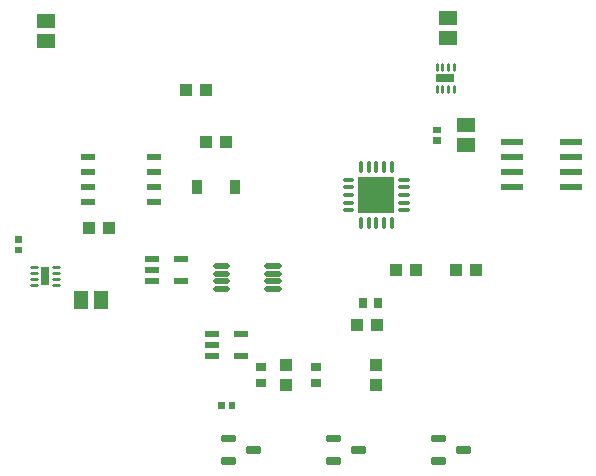
<source format=gbr>
G04 EAGLE Gerber RS-274X export*
G75*
%MOMM*%
%FSLAX34Y34*%
%LPD*%
%INSolderpaste Top*%
%IPPOS*%
%AMOC8*
5,1,8,0,0,1.08239X$1,22.5*%
G01*
%ADD10R,0.700000X0.900000*%
%ADD11R,1.100000X1.000000*%
%ADD12R,0.910000X1.220000*%
%ADD13R,1.200000X0.600000*%
%ADD14R,1.000000X1.100000*%
%ADD15C,0.292500*%
%ADD16R,1.600000X0.800000*%
%ADD17C,0.470000*%
%ADD18C,0.320000*%
%ADD19R,3.100000X3.100000*%
%ADD20R,1.500000X1.300000*%
%ADD21C,0.075600*%
%ADD22R,0.800000X1.600000*%
%ADD23R,1.155700X0.620000*%
%ADD24R,1.300000X1.500000*%
%ADD25R,1.981200X0.558800*%
%ADD26C,0.300000*%
%ADD27R,0.900000X0.700000*%


D10*
X356720Y187960D03*
X369720Y187960D03*
D11*
X207400Y368300D03*
X224400Y368300D03*
D12*
X216035Y285750D03*
X248785Y285750D03*
D13*
X124400Y311150D03*
X124400Y298450D03*
X124400Y285750D03*
X124400Y273050D03*
X180400Y273050D03*
X180400Y285750D03*
X180400Y298450D03*
X180400Y311150D03*
D14*
X240910Y323850D03*
X223910Y323850D03*
D11*
X368300Y118500D03*
X368300Y135500D03*
D14*
X369180Y168910D03*
X352180Y168910D03*
X141850Y251460D03*
X124850Y251460D03*
D15*
X434220Y385224D02*
X434220Y390610D01*
X434220Y390610D01*
X434220Y385224D01*
X434220Y385224D01*
X434220Y388003D02*
X434220Y388003D01*
X429220Y390610D02*
X429220Y385224D01*
X429220Y390610D02*
X429220Y390610D01*
X429220Y385224D01*
X429220Y385224D01*
X429220Y388003D02*
X429220Y388003D01*
X424220Y390610D02*
X424220Y385224D01*
X424220Y390610D02*
X424220Y390610D01*
X424220Y385224D01*
X424220Y385224D01*
X424220Y388003D02*
X424220Y388003D01*
X419220Y390610D02*
X419220Y385224D01*
X419220Y390610D02*
X419220Y390610D01*
X419220Y385224D01*
X419220Y385224D01*
X419220Y388003D02*
X419220Y388003D01*
X419220Y371696D02*
X419220Y366310D01*
X419220Y371696D02*
X419220Y371696D01*
X419220Y366310D01*
X419220Y366310D01*
X419220Y369089D02*
X419220Y369089D01*
X424220Y371696D02*
X424220Y366310D01*
X424220Y371696D02*
X424220Y371696D01*
X424220Y366310D01*
X424220Y366310D01*
X424220Y369089D02*
X424220Y369089D01*
X429220Y371696D02*
X429220Y366310D01*
X429220Y371696D02*
X429220Y371696D01*
X429220Y366310D01*
X429220Y366310D01*
X429220Y369089D02*
X429220Y369089D01*
X434220Y371696D02*
X434220Y366310D01*
X434220Y371696D02*
X434220Y371696D01*
X434220Y366310D01*
X434220Y366310D01*
X434220Y369089D02*
X434220Y369089D01*
D16*
X426720Y378460D03*
D17*
X285480Y199800D02*
X275980Y199800D01*
X275980Y206300D02*
X285480Y206300D01*
X285480Y212800D02*
X275980Y212800D01*
X275980Y219300D02*
X285480Y219300D01*
X242180Y219300D02*
X232680Y219300D01*
X232680Y212800D02*
X242180Y212800D01*
X242180Y206300D02*
X232680Y206300D01*
X232680Y199800D02*
X242180Y199800D01*
D18*
X388587Y266400D02*
X395259Y266400D01*
X395259Y272900D02*
X388587Y272900D01*
X388587Y279400D02*
X395259Y279400D01*
X395259Y285900D02*
X388587Y285900D01*
X388587Y292400D02*
X395259Y292400D01*
X381300Y299687D02*
X381300Y306359D01*
X374800Y306359D02*
X374800Y299687D01*
X368300Y299687D02*
X368300Y306359D01*
X361800Y306359D02*
X361800Y299687D01*
X355300Y299687D02*
X355300Y306359D01*
X348013Y292400D02*
X341341Y292400D01*
X341341Y285900D02*
X348013Y285900D01*
X348013Y279400D02*
X341341Y279400D01*
X341341Y272900D02*
X348013Y272900D01*
X348013Y266400D02*
X341341Y266400D01*
X355300Y259113D02*
X355300Y252441D01*
X361800Y252441D02*
X361800Y259113D01*
X368300Y259113D02*
X368300Y252441D01*
X374800Y252441D02*
X374800Y259113D01*
X381300Y259113D02*
X381300Y252441D01*
D19*
X368300Y279400D03*
D20*
X429260Y411870D03*
X429260Y428870D03*
X444500Y321700D03*
X444500Y338700D03*
D21*
X421872Y336972D02*
X421872Y332328D01*
X416328Y332328D01*
X416328Y336972D01*
X421872Y336972D01*
X421872Y333046D02*
X416328Y333046D01*
X416328Y333764D02*
X421872Y333764D01*
X421872Y334482D02*
X416328Y334482D01*
X416328Y335200D02*
X421872Y335200D01*
X421872Y335918D02*
X416328Y335918D01*
X416328Y336636D02*
X421872Y336636D01*
X421872Y328072D02*
X421872Y323428D01*
X416328Y323428D01*
X416328Y328072D01*
X421872Y328072D01*
X421872Y324146D02*
X416328Y324146D01*
X416328Y324864D02*
X421872Y324864D01*
X421872Y325582D02*
X416328Y325582D01*
X416328Y326300D02*
X421872Y326300D01*
X421872Y327018D02*
X416328Y327018D01*
X416328Y327736D02*
X421872Y327736D01*
D15*
X99780Y203320D02*
X94394Y203320D01*
X99780Y203320D02*
X99780Y203320D01*
X94394Y203320D01*
X94394Y203320D01*
X94394Y208320D02*
X99780Y208320D01*
X99780Y208320D01*
X94394Y208320D01*
X94394Y208320D01*
X94394Y213320D02*
X99780Y213320D01*
X99780Y213320D01*
X94394Y213320D01*
X94394Y213320D01*
X94394Y218320D02*
X99780Y218320D01*
X99780Y218320D01*
X94394Y218320D01*
X94394Y218320D01*
X80866Y218320D02*
X75480Y218320D01*
X80866Y218320D02*
X80866Y218320D01*
X75480Y218320D01*
X75480Y218320D01*
X75480Y213320D02*
X80866Y213320D01*
X80866Y213320D01*
X75480Y213320D01*
X75480Y213320D01*
X75480Y208320D02*
X80866Y208320D01*
X80866Y208320D01*
X75480Y208320D01*
X75480Y208320D01*
X75480Y203320D02*
X80866Y203320D01*
X80866Y203320D01*
X75480Y203320D01*
X75480Y203320D01*
D22*
X87630Y210820D03*
D23*
X178044Y225400D03*
X178044Y215900D03*
X178044Y206400D03*
X202956Y206400D03*
X202956Y225400D03*
D24*
X135500Y190500D03*
X118500Y190500D03*
D20*
X88900Y426330D03*
X88900Y409330D03*
D21*
X67542Y244262D02*
X67542Y239618D01*
X61998Y239618D01*
X61998Y244262D01*
X67542Y244262D01*
X67542Y240336D02*
X61998Y240336D01*
X61998Y241054D02*
X67542Y241054D01*
X67542Y241772D02*
X61998Y241772D01*
X61998Y242490D02*
X67542Y242490D01*
X67542Y243208D02*
X61998Y243208D01*
X61998Y243926D02*
X67542Y243926D01*
X67542Y235362D02*
X67542Y230718D01*
X61998Y230718D01*
X61998Y235362D01*
X67542Y235362D01*
X67542Y231436D02*
X61998Y231436D01*
X61998Y232154D02*
X67542Y232154D01*
X67542Y232872D02*
X61998Y232872D01*
X61998Y233590D02*
X67542Y233590D01*
X67542Y234308D02*
X61998Y234308D01*
X61998Y235026D02*
X67542Y235026D01*
X243428Y98828D02*
X248072Y98828D01*
X243428Y98828D02*
X243428Y104372D01*
X248072Y104372D01*
X248072Y98828D01*
X248072Y99546D02*
X243428Y99546D01*
X243428Y100264D02*
X248072Y100264D01*
X248072Y100982D02*
X243428Y100982D01*
X243428Y101700D02*
X248072Y101700D01*
X248072Y102418D02*
X243428Y102418D01*
X243428Y103136D02*
X248072Y103136D01*
X248072Y103854D02*
X243428Y103854D01*
X239172Y98828D02*
X234528Y98828D01*
X234528Y104372D01*
X239172Y104372D01*
X239172Y98828D01*
X239172Y99546D02*
X234528Y99546D01*
X234528Y100264D02*
X239172Y100264D01*
X239172Y100982D02*
X234528Y100982D01*
X234528Y101700D02*
X239172Y101700D01*
X239172Y102418D02*
X234528Y102418D01*
X234528Y103136D02*
X239172Y103136D01*
X239172Y103854D02*
X234528Y103854D01*
D25*
X532638Y285750D03*
X532638Y298450D03*
X532638Y311150D03*
X532638Y323850D03*
X483362Y323850D03*
X483362Y311150D03*
X483362Y298450D03*
X483362Y285750D03*
D14*
X453000Y215900D03*
X436000Y215900D03*
X402200Y215900D03*
X385200Y215900D03*
D26*
X416550Y71500D02*
X425850Y71500D01*
X416550Y71500D02*
X416550Y74500D01*
X425850Y74500D01*
X425850Y71500D01*
X425850Y74350D02*
X416550Y74350D01*
X416550Y52500D02*
X425850Y52500D01*
X416550Y52500D02*
X416550Y55500D01*
X425850Y55500D01*
X425850Y52500D01*
X425850Y55350D02*
X416550Y55350D01*
X437750Y62000D02*
X447050Y62000D01*
X437750Y62000D02*
X437750Y65000D01*
X447050Y65000D01*
X447050Y62000D01*
X447050Y64850D02*
X437750Y64850D01*
X336950Y71500D02*
X327650Y71500D01*
X327650Y74500D01*
X336950Y74500D01*
X336950Y71500D01*
X336950Y74350D02*
X327650Y74350D01*
X327650Y52500D02*
X336950Y52500D01*
X327650Y52500D02*
X327650Y55500D01*
X336950Y55500D01*
X336950Y52500D01*
X336950Y55350D02*
X327650Y55350D01*
X348850Y62000D02*
X358150Y62000D01*
X348850Y62000D02*
X348850Y65000D01*
X358150Y65000D01*
X358150Y62000D01*
X358150Y64850D02*
X348850Y64850D01*
X248050Y71500D02*
X238750Y71500D01*
X238750Y74500D01*
X248050Y74500D01*
X248050Y71500D01*
X248050Y74350D02*
X238750Y74350D01*
X238750Y52500D02*
X248050Y52500D01*
X238750Y52500D02*
X238750Y55500D01*
X248050Y55500D01*
X248050Y52500D01*
X248050Y55350D02*
X238750Y55350D01*
X259950Y62000D02*
X269250Y62000D01*
X259950Y62000D02*
X259950Y65000D01*
X269250Y65000D01*
X269250Y62000D01*
X269250Y64850D02*
X259950Y64850D01*
D11*
X292100Y118500D03*
X292100Y135500D03*
D13*
X228800Y161900D03*
X228800Y152400D03*
X228800Y142900D03*
X253800Y142900D03*
X253800Y161900D03*
D27*
X317500Y133500D03*
X317500Y120500D03*
X270510Y133500D03*
X270510Y120500D03*
M02*

</source>
